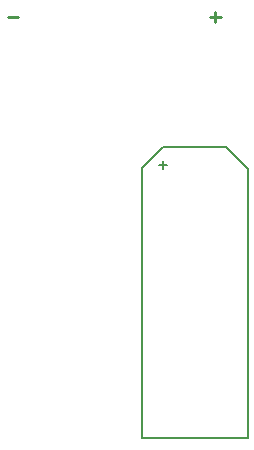
<source format=gbo>
G04*
G04 #@! TF.GenerationSoftware,Altium Limited,Altium Designer,20.2.5 (213)*
G04*
G04 Layer_Color=32896*
%FSLAX25Y25*%
%MOIN*%
G70*
G04*
G04 #@! TF.SameCoordinates,C660A1F6-99E0-4939-AC29-5E4AD158EB90*
G04*
G04*
G04 #@! TF.FilePolarity,Positive*
G04*
G01*
G75*
%ADD10C,0.01000*%
%ADD11C,0.00591*%
D10*
X35338Y86735D02*
X31927D01*
X33633Y88441D02*
Y85030D01*
X-32261Y86630D02*
X-35672D01*
D11*
X44342Y-53568D02*
X44357Y-53554D01*
X44342Y-53693D02*
Y-53568D01*
X26673Y-53693D02*
X44342D01*
X9063D02*
Y36307D01*
X9142D01*
X9063Y-53693D02*
X26673D01*
X9142Y36307D02*
X16142Y43307D01*
X22673D01*
X44303Y36307D02*
X44357D01*
X37303Y43307D02*
X44303Y36307D01*
X22673Y43307D02*
X37303D01*
X44357Y-53554D02*
Y36307D01*
X14909Y37424D02*
X17533D01*
X16221Y36112D02*
Y38735D01*
M02*

</source>
